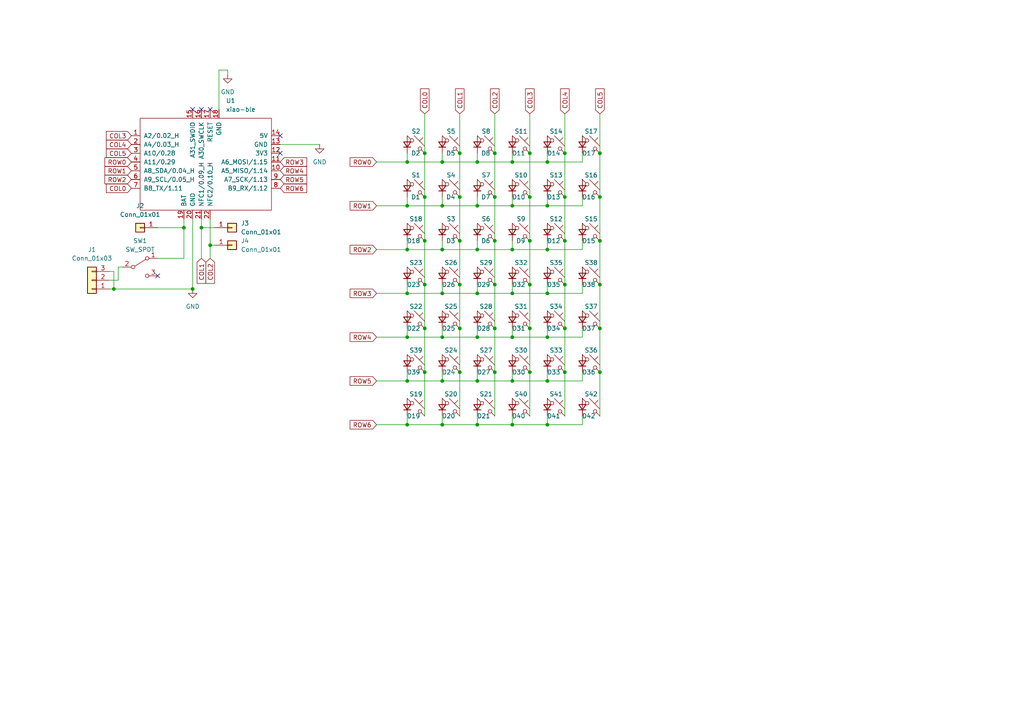
<source format=kicad_sch>
(kicad_sch (version 20211123) (generator eeschema)
  (paper "A4")
  (lib_symbols
    (symbol "Connector_Generic:Conn_01x01" (pin_names (offset 1.016) hide)
      (property "Reference" "J" (at 0 2.54 0))
      (property "Value" "Conn_01x01" (at 0 -2.54 0))
      (symbol "Conn_01x01_1_1"
        (rectangle (start -1.27 0.127) (end 0 -0.127) (stroke (width 0.1524)))
        (rectangle (start -1.27 1.27) (end 1.27 -1.27) (stroke (width 0.254)) (fill (type background)))
        (pin passive line (at -5.08 0 0) (length 3.81) (name "Pin_1") (number "1"))
      )
    )
    (symbol "Connector_Generic:Conn_01x03" (pin_names (offset 1.016) hide)
      (property "Reference" "J" (at 0 5.08 0))
      (property "Value" "Conn_01x03" (at 0 -5.08 0))
      (symbol "Conn_01x03_1_1"
        (rectangle (start -1.27 -2.413) (end 0 -2.667) (stroke (width 0.1524)))
        (rectangle (start -1.27 0.127) (end 0 -0.127) (stroke (width 0.1524)))
        (rectangle (start -1.27 2.667) (end 0 2.413) (stroke (width 0.1524)))
        (rectangle (start -1.27 3.81) (end 1.27 -3.81) (stroke (width 0.254)) (fill (type background)))
        (pin passive line (at -5.08 2.54 0) (length 3.81) (name "Pin_1") (number "1"))
        (pin passive line (at -5.08 0 0) (length 3.81) (name "Pin_2") (number "2"))
        (pin passive line (at -5.08 -2.54 0) (length 3.81) (name "Pin_3") (number "3"))
      )
    )
    (symbol "Device:D_Small" (pin_numbers hide) (pin_names (offset 0.254) hide)
      (property "Reference" "D" (at -1.27 2.032 0))
      (property "Value" "D_Small" (at -3.81 -2.032 0))
      (symbol "D_Small_0_1"
        (polyline (pts (xy -0.762 -1.016) (xy -0.762 1.016)) (stroke (width 0.254)))
        (polyline (pts (xy -0.762 0) (xy 0.762 0)))
        (polyline (pts (xy 0.762 -1.016) (xy -0.762 0) (xy 0.762 1.016) (xy 0.762 -1.016)) (stroke (width 0.254)))
      )
      (symbol "D_Small_1_1"
        (pin passive line (at -2.54 0 0) (length 1.778) (name "K") (number "1"))
        (pin passive line (at 2.54 0 180) (length 1.778) (name "A") (number "2"))
      )
    )
    (symbol "Switch:SW_Push_45deg" (pin_numbers hide) (pin_names (offset 1.016) hide)
      (property "Reference" "SW" (at 3.048 1.016 0))
      (property "Value" "SW_Push_45deg" (at 0 -3.81 0))
      (symbol "SW_Push_45deg_0_1"
        (circle (center -1.1684 1.1684) (radius 0.508))
        (polyline (pts (xy -0.508 2.54) (xy 2.54 -0.508)))
        (polyline (pts (xy 1.016 1.016) (xy 2.032 2.032)))
        (polyline (pts (xy -2.54 2.54) (xy -1.524 1.524) (xy -1.524 1.524)))
        (polyline (pts (xy 1.524 -1.524) (xy 2.54 -2.54) (xy 2.54 -2.54) (xy 2.54 -2.54)))
        (circle (center 1.143 -1.1938) (radius 0.508))
        (pin passive line (at -2.54 2.54 0) (length 0) (name "1") (number "1"))
        (pin passive line (at 2.54 -2.54 180) (length 0) (name "2") (number "2"))
      )
    )
    (symbol "Switch:SW_SPDT" (pin_names (offset 0) hide)
      (property "Reference" "SW" (at 0 4.318 0))
      (property "Value" "SW_SPDT" (at 0 -5.08 0))
      (symbol "SW_SPDT_0_0"
        (circle (center -2.032 0) (radius 0.508))
        (circle (center 2.032 -2.54) (radius 0.508))
      )
      (symbol "SW_SPDT_0_1"
        (polyline (pts (xy -1.524 0.254) (xy 1.651 2.286)))
        (circle (center 2.032 2.54) (radius 0.508))
      )
      (symbol "SW_SPDT_1_1"
        (pin passive line (at 5.08 2.54 180) (length 2.54) (name "A") (number "1"))
        (pin passive line (at -5.08 0 0) (length 2.54) (name "B") (number "2"))
        (pin passive line (at 5.08 -2.54 180) (length 2.54) (name "C") (number "3"))
      )
    )
    (symbol "mcu:xiao-ble" (pin_names (offset 1.016))
      (property "Reference" "U" (at -17.78 16.51 0))
      (property "Value" "xiao-ble" (at -15.24 13.97 0))
      (symbol "xiao-ble_0_1"
        (rectangle (start -19.05 12.7) (end 19.05 -13.97))
      )
      (symbol "xiao-ble_1_1"
        (pin bidirectional line (at -21.59 7.62 0) (length 2.54) (name "A2/0.02_H") (number "1"))
        (pin bidirectional line (at 21.59 -2.54 180) (length 2.54) (name "A5_MISO/1.14") (number "10"))
        (pin bidirectional line (at 21.59 0 180) (length 2.54) (name "A6_MOSI/1.15") (number "11"))
        (pin power_out line (at 21.59 2.54 180) (length 2.54) (name "3V3") (number "12"))
        (pin power_out line (at 21.59 5.08 180) (length 2.54) (name "GND") (number "13"))
        (pin power_out line (at 21.59 7.62 180) (length 2.54) (name "5V") (number "14"))
        (pin input line (at -3.81 15.24 270) (length 2.54) (name "A31_SWDIO") (number "15"))
        (pin input line (at -1.27 15.24 270) (length 2.54) (name "A30_SWCLK") (number "16"))
        (pin input line (at 1.27 15.24 270) (length 2.54) (name "RESET") (number "17"))
        (pin power_out line (at 3.81 15.24 270) (length 2.54) (name "GND") (number "18"))
        (pin bidirectional line (at -6.35 -16.51 90) (length 2.54) (name "BAT") (number "19"))
        (pin bidirectional line (at -21.59 5.08 0) (length 2.54) (name "A4/0.03_H") (number "2"))
        (pin power_out line (at -3.81 -16.51 90) (length 2.54) (name "GND") (number "20"))
        (pin bidirectional line (at -1.27 -16.51 90) (length 2.54) (name "NFC1/0.09_H") (number "21"))
        (pin bidirectional line (at 1.27 -16.51 90) (length 2.54) (name "NFC2/0.10_H") (number "22"))
        (pin bidirectional line (at -21.59 2.54 0) (length 2.54) (name "A10/0.28") (number "3"))
        (pin bidirectional line (at -21.59 0 0) (length 2.54) (name "A11/0.29") (number "4"))
        (pin bidirectional line (at -21.59 -2.54 0) (length 2.54) (name "A8_SDA/0.04_H") (number "5"))
        (pin bidirectional line (at -21.59 -5.08 0) (length 2.54) (name "A9_SCL/0.05_H") (number "6"))
        (pin bidirectional line (at -21.59 -7.62 0) (length 2.54) (name "B8_TX/1.11") (number "7"))
        (pin bidirectional line (at 21.59 -7.62 180) (length 2.54) (name "B9_RX/1.12") (number "8"))
        (pin bidirectional line (at 21.59 -5.08 180) (length 2.54) (name "A7_SCK/1.13") (number "9"))
      )
    )
    (symbol "power:GND" (power) (pin_names (offset 0))
      (property "Value" "GND" (at 0 -3.81 0))
      (symbol "GND_0_1"
        (polyline (pts (xy 0 0) (xy 0 -1.27) (xy 1.27 -1.27) (xy 0 -2.54) (xy -1.27 -1.27) (xy 0 -1.27)))
      )
      (symbol "GND_1_1"
        (pin power_in line (at 0 0 270) (length 0) hide (name "GND") (number "1"))
      )
    )
  )
  (junction (at 143.51 107.95))
  (junction (at 143.51 95.25))
  (junction (at 163.83 107.95))
  (junction (at 153.67 57.15))
  (junction (at 128.27 123.19))
  (junction (at 128.27 110.49))
  (junction (at 148.59 46.99))
  (junction (at 133.35 69.85))
  (junction (at 55.88 83.82))
  (junction (at 138.43 123.19))
  (junction (at 173.99 44.45))
  (junction (at 118.11 97.79))
  (junction (at 123.19 107.95))
  (junction (at 138.43 97.79))
  (junction (at 58.42 66.04))
  (junction (at 148.59 85.09))
  (junction (at 133.35 95.25))
  (junction (at 173.99 82.55))
  (junction (at 148.59 123.19))
  (junction (at 128.27 59.69))
  (junction (at 173.99 95.25))
  (junction (at 163.83 69.85))
  (junction (at 148.59 59.69))
  (junction (at 123.19 69.85))
  (junction (at 163.83 44.45))
  (junction (at 128.27 46.99))
  (junction (at 173.99 107.95))
  (junction (at 158.75 110.49))
  (junction (at 133.35 107.95))
  (junction (at 143.51 44.45))
  (junction (at 138.43 110.49))
  (junction (at 158.75 59.69))
  (junction (at 143.51 69.85))
  (junction (at 153.67 107.95))
  (junction (at 148.59 72.39))
  (junction (at 163.83 82.55))
  (junction (at 153.67 44.45))
  (junction (at 118.11 123.19))
  (junction (at 133.35 57.15))
  (junction (at 163.83 57.15))
  (junction (at 133.35 44.45))
  (junction (at 163.83 95.25))
  (junction (at 128.27 97.79))
  (junction (at 118.11 46.99))
  (junction (at 33.02 83.82))
  (junction (at 118.11 85.09))
  (junction (at 153.67 82.55))
  (junction (at 128.27 72.39))
  (junction (at 143.51 57.15))
  (junction (at 148.59 97.79))
  (junction (at 153.67 69.85))
  (junction (at 60.96 71.12))
  (junction (at 118.11 72.39))
  (junction (at 123.19 57.15))
  (junction (at 118.11 110.49))
  (junction (at 133.35 82.55))
  (junction (at 173.99 69.85))
  (junction (at 173.99 57.15))
  (junction (at 158.75 123.19))
  (junction (at 138.43 59.69))
  (junction (at 143.51 82.55))
  (junction (at 123.19 82.55))
  (junction (at 138.43 46.99))
  (junction (at 118.11 59.69))
  (junction (at 148.59 110.49))
  (junction (at 158.75 97.79))
  (junction (at 138.43 85.09))
  (junction (at 128.27 85.09))
  (junction (at 53.34 66.04))
  (junction (at 138.43 72.39))
  (junction (at 123.19 44.45))
  (junction (at 158.75 72.39))
  (junction (at 153.67 95.25))
  (junction (at 158.75 46.99))
  (junction (at 158.75 85.09))
  (junction (at 123.19 95.25))
  (no_connect (at 81.28 44.45))
  (no_connect (at 55.88 31.75))
  (no_connect (at 58.42 31.75))
  (no_connect (at 60.96 31.75))
  (no_connect (at 81.28 39.37))
  (no_connect (at 45.72 80.01))
  (wire (pts (xy 143.51 107.95) (xy 143.51 120.65)))
  (wire (pts (xy 133.35 57.15) (xy 133.35 69.85)))
  (wire (pts (xy 153.67 33.02) (xy 153.67 44.45)))
  (wire (pts (xy 158.75 85.09) (xy 168.91 85.09)))
  (wire (pts (xy 118.11 95.25) (xy 118.11 97.79)))
  (wire (pts (xy 123.19 44.45) (xy 123.19 57.15)))
  (wire (pts (xy 168.91 69.85) (xy 168.91 72.39)))
  (wire (pts (xy 133.35 69.85) (xy 133.35 82.55)))
  (wire (pts (xy 158.75 46.99) (xy 168.91 46.99)))
  (wire (pts (xy 123.19 95.25) (xy 123.19 107.95)))
  (wire (pts (xy 148.59 72.39) (xy 158.75 72.39)))
  (wire (pts (xy 53.34 66.04) (xy 53.34 63.5)))
  (wire (pts (xy 153.67 95.25) (xy 153.67 107.95)))
  (wire (pts (xy 158.75 97.79) (xy 168.91 97.79)))
  (wire (pts (xy 118.11 85.09) (xy 128.27 85.09)))
  (wire (pts (xy 158.75 44.45) (xy 158.75 46.99)))
  (wire (pts (xy 168.91 44.45) (xy 168.91 46.99)))
  (wire (pts (xy 138.43 95.25) (xy 138.43 97.79)))
  (wire (pts (xy 45.72 66.04) (xy 53.34 66.04)))
  (wire (pts (xy 138.43 85.09) (xy 148.59 85.09)))
  (wire (pts (xy 168.91 95.25) (xy 168.91 97.79)))
  (wire (pts (xy 128.27 59.69) (xy 138.43 59.69)))
  (wire (pts (xy 148.59 82.55) (xy 148.59 85.09)))
  (wire (pts (xy 173.99 44.45) (xy 173.99 57.15)))
  (wire (pts (xy 148.59 97.79) (xy 158.75 97.79)))
  (wire (pts (xy 123.19 69.85) (xy 123.19 82.55)))
  (wire (pts (xy 60.96 74.93) (xy 60.96 71.12)))
  (wire (pts (xy 118.11 59.69) (xy 128.27 59.69)))
  (wire (pts (xy 138.43 69.85) (xy 138.43 72.39)))
  (wire (pts (xy 118.11 82.55) (xy 118.11 85.09)))
  (wire (pts (xy 109.22 46.99) (xy 118.11 46.99)))
  (wire (pts (xy 173.99 69.85) (xy 173.99 82.55)))
  (wire (pts (xy 34.29 77.47) (xy 35.56 77.47)))
  (wire (pts (xy 153.67 44.45) (xy 153.67 57.15)))
  (wire (pts (xy 138.43 72.39) (xy 148.59 72.39)))
  (wire (pts (xy 128.27 97.79) (xy 138.43 97.79)))
  (wire (pts (xy 148.59 59.69) (xy 158.75 59.69)))
  (wire (pts (xy 173.99 107.95) (xy 173.99 120.65)))
  (wire (pts (xy 133.35 33.02) (xy 133.35 44.45)))
  (wire (pts (xy 138.43 123.19) (xy 148.59 123.19)))
  (wire (pts (xy 128.27 110.49) (xy 138.43 110.49)))
  (wire (pts (xy 158.75 120.65) (xy 158.75 123.19)))
  (wire (pts (xy 153.67 82.55) (xy 153.67 95.25)))
  (wire (pts (xy 118.11 69.85) (xy 118.11 72.39)))
  (wire (pts (xy 148.59 85.09) (xy 158.75 85.09)))
  (wire (pts (xy 118.11 44.45) (xy 118.11 46.99)))
  (wire (pts (xy 148.59 95.25) (xy 148.59 97.79)))
  (wire (pts (xy 109.22 110.49) (xy 118.11 110.49)))
  (wire (pts (xy 148.59 123.19) (xy 158.75 123.19)))
  (wire (pts (xy 128.27 57.15) (xy 128.27 59.69)))
  (wire (pts (xy 158.75 107.95) (xy 158.75 110.49)))
  (wire (pts (xy 173.99 33.02) (xy 173.99 44.45)))
  (wire (pts (xy 62.23 66.04) (xy 58.42 66.04)))
  (wire (pts (xy 118.11 120.65) (xy 118.11 123.19)))
  (wire (pts (xy 163.83 44.45) (xy 163.83 57.15)))
  (wire (pts (xy 148.59 57.15) (xy 148.59 59.69)))
  (wire (pts (xy 31.75 81.28) (xy 34.29 81.28)))
  (wire (pts (xy 173.99 82.55) (xy 173.99 95.25)))
  (wire (pts (xy 138.43 97.79) (xy 148.59 97.79)))
  (wire (pts (xy 168.91 82.55) (xy 168.91 85.09)))
  (wire (pts (xy 109.22 97.79) (xy 118.11 97.79)))
  (wire (pts (xy 128.27 95.25) (xy 128.27 97.79)))
  (wire (pts (xy 118.11 46.99) (xy 128.27 46.99)))
  (wire (pts (xy 109.22 72.39) (xy 118.11 72.39)))
  (wire (pts (xy 173.99 57.15) (xy 173.99 69.85)))
  (wire (pts (xy 138.43 59.69) (xy 148.59 59.69)))
  (wire (pts (xy 128.27 82.55) (xy 128.27 85.09)))
  (wire (pts (xy 148.59 110.49) (xy 158.75 110.49)))
  (wire (pts (xy 143.51 82.55) (xy 143.51 95.25)))
  (wire (pts (xy 163.83 107.95) (xy 163.83 120.65)))
  (wire (pts (xy 118.11 97.79) (xy 128.27 97.79)))
  (wire (pts (xy 109.22 123.19) (xy 118.11 123.19)))
  (wire (pts (xy 133.35 107.95) (xy 133.35 120.65)))
  (wire (pts (xy 163.83 57.15) (xy 163.83 69.85)))
  (wire (pts (xy 163.83 69.85) (xy 163.83 82.55)))
  (wire (pts (xy 148.59 69.85) (xy 148.59 72.39)))
  (wire (pts (xy 168.91 120.65) (xy 168.91 123.19)))
  (wire (pts (xy 128.27 69.85) (xy 128.27 72.39)))
  (wire (pts (xy 81.28 41.91) (xy 92.71 41.91)))
  (wire (pts (xy 66.04 20.32) (xy 63.5 20.32)))
  (wire (pts (xy 153.67 107.95) (xy 153.67 120.65)))
  (wire (pts (xy 158.75 123.19) (xy 168.91 123.19)))
  (wire (pts (xy 123.19 107.95) (xy 123.19 120.65)))
  (wire (pts (xy 158.75 82.55) (xy 158.75 85.09)))
  (wire (pts (xy 143.51 95.25) (xy 143.51 107.95)))
  (wire (pts (xy 138.43 110.49) (xy 148.59 110.49)))
  (wire (pts (xy 123.19 82.55) (xy 123.19 95.25)))
  (wire (pts (xy 60.96 71.12) (xy 60.96 63.5)))
  (wire (pts (xy 33.02 83.82) (xy 55.88 83.82)))
  (wire (pts (xy 58.42 66.04) (xy 58.42 63.5)))
  (wire (pts (xy 138.43 44.45) (xy 138.43 46.99)))
  (wire (pts (xy 158.75 59.69) (xy 168.91 59.69)))
  (wire (pts (xy 128.27 123.19) (xy 138.43 123.19)))
  (wire (pts (xy 133.35 44.45) (xy 133.35 57.15)))
  (wire (pts (xy 143.51 44.45) (xy 143.51 57.15)))
  (wire (pts (xy 118.11 72.39) (xy 128.27 72.39)))
  (wire (pts (xy 138.43 82.55) (xy 138.43 85.09)))
  (wire (pts (xy 109.22 59.69) (xy 118.11 59.69)))
  (wire (pts (xy 148.59 120.65) (xy 148.59 123.19)))
  (wire (pts (xy 138.43 46.99) (xy 148.59 46.99)))
  (wire (pts (xy 33.02 78.74) (xy 33.02 83.82)))
  (wire (pts (xy 58.42 74.93) (xy 58.42 66.04)))
  (wire (pts (xy 158.75 57.15) (xy 158.75 59.69)))
  (wire (pts (xy 158.75 72.39) (xy 168.91 72.39)))
  (wire (pts (xy 138.43 57.15) (xy 138.43 59.69)))
  (wire (pts (xy 138.43 120.65) (xy 138.43 123.19)))
  (wire (pts (xy 118.11 110.49) (xy 128.27 110.49)))
  (wire (pts (xy 138.43 107.95) (xy 138.43 110.49)))
  (wire (pts (xy 143.51 69.85) (xy 143.51 82.55)))
  (wire (pts (xy 153.67 69.85) (xy 153.67 82.55)))
  (wire (pts (xy 168.91 107.95) (xy 168.91 110.49)))
  (wire (pts (xy 143.51 33.02) (xy 143.51 44.45)))
  (wire (pts (xy 55.88 63.5) (xy 55.88 83.82)))
  (wire (pts (xy 158.75 69.85) (xy 158.75 72.39)))
  (wire (pts (xy 153.67 57.15) (xy 153.67 69.85)))
  (wire (pts (xy 33.02 78.74) (xy 31.75 78.74)))
  (wire (pts (xy 118.11 57.15) (xy 118.11 59.69)))
  (wire (pts (xy 158.75 95.25) (xy 158.75 97.79)))
  (wire (pts (xy 128.27 107.95) (xy 128.27 110.49)))
  (wire (pts (xy 53.34 74.93) (xy 53.34 66.04)))
  (wire (pts (xy 163.83 82.55) (xy 163.83 95.25)))
  (wire (pts (xy 66.04 20.32) (xy 66.04 21.59)))
  (wire (pts (xy 109.22 85.09) (xy 118.11 85.09)))
  (wire (pts (xy 118.11 123.19) (xy 128.27 123.19)))
  (wire (pts (xy 148.59 44.45) (xy 148.59 46.99)))
  (wire (pts (xy 45.72 74.93) (xy 53.34 74.93)))
  (wire (pts (xy 133.35 95.25) (xy 133.35 107.95)))
  (wire (pts (xy 128.27 72.39) (xy 138.43 72.39)))
  (wire (pts (xy 163.83 33.02) (xy 163.83 44.45)))
  (wire (pts (xy 148.59 46.99) (xy 158.75 46.99)))
  (wire (pts (xy 128.27 120.65) (xy 128.27 123.19)))
  (wire (pts (xy 148.59 107.95) (xy 148.59 110.49)))
  (wire (pts (xy 163.83 95.25) (xy 163.83 107.95)))
  (wire (pts (xy 128.27 44.45) (xy 128.27 46.99)))
  (wire (pts (xy 118.11 107.95) (xy 118.11 110.49)))
  (wire (pts (xy 123.19 57.15) (xy 123.19 69.85)))
  (wire (pts (xy 63.5 20.32) (xy 63.5 31.75)))
  (wire (pts (xy 133.35 82.55) (xy 133.35 95.25)))
  (wire (pts (xy 62.23 71.12) (xy 60.96 71.12)))
  (wire (pts (xy 34.29 81.28) (xy 34.29 77.47)))
  (wire (pts (xy 173.99 95.25) (xy 173.99 107.95)))
  (wire (pts (xy 128.27 46.99) (xy 138.43 46.99)))
  (wire (pts (xy 128.27 85.09) (xy 138.43 85.09)))
  (wire (pts (xy 31.75 83.82) (xy 33.02 83.82)))
  (wire (pts (xy 168.91 57.15) (xy 168.91 59.69)))
  (wire (pts (xy 158.75 110.49) (xy 168.91 110.49)))
  (wire (pts (xy 123.19 33.02) (xy 123.19 44.45)))
  (wire (pts (xy 143.51 57.15) (xy 143.51 69.85)))
  (global_label "ROW3" (shape input) (at 109.22 85.09 180) (property "Intersheet References" "${INTERSHEET_REFS}" (effects hide)))
  (global_label "COL0" (shape input) (at 38.1 54.61 180) (property "Intersheet References" "${INTERSHEET_REFS}" (effects hide)))
  (global_label "ROW5" (shape input) (at 109.22 110.49 180) (property "Intersheet References" "${INTERSHEET_REFS}" (effects hide)))
  (global_label "ROW6" (shape input) (at 109.22 123.19 180) (property "Intersheet References" "${INTERSHEET_REFS}" (effects hide)))
  (global_label "ROW0" (shape input) (at 109.22 46.99 180) (property "Intersheet References" "${INTERSHEET_REFS}" (effects hide)))
  (global_label "COL5" (shape input) (at 38.1 44.45 180) (property "Intersheet References" "${INTERSHEET_REFS}" (effects hide)))
  (global_label "COL2" (shape input) (at 60.96 74.93 270) (property "Intersheet References" "${INTERSHEET_REFS}" (effects hide)))
  (global_label "COL0" (shape input) (at 123.19 33.02 90) (property "Intersheet References" "${INTERSHEET_REFS}" (effects hide)))
  (global_label "COL3" (shape input) (at 153.67 33.02 90) (property "Intersheet References" "${INTERSHEET_REFS}" (effects hide)))
  (global_label "ROW1" (shape input) (at 38.1 49.53 180) (property "Intersheet References" "${INTERSHEET_REFS}" (effects hide)))
  (global_label "ROW4" (shape input) (at 81.28 49.53 0) (property "Intersheet References" "${INTERSHEET_REFS}" (effects hide)))
  (global_label "ROW5" (shape input) (at 81.28 52.07 0) (property "Intersheet References" "${INTERSHEET_REFS}" (effects hide)))
  (global_label "COL2" (shape input) (at 143.51 33.02 90) (property "Intersheet References" "${INTERSHEET_REFS}" (effects hide)))
  (global_label "ROW3" (shape input) (at 81.28 46.99 0) (property "Intersheet References" "${INTERSHEET_REFS}" (effects hide)))
  (global_label "ROW2" (shape input) (at 109.22 72.39 180) (property "Intersheet References" "${INTERSHEET_REFS}" (effects hide)))
  (global_label "COL1" (shape input) (at 58.42 74.93 270) (property "Intersheet References" "${INTERSHEET_REFS}" (effects hide)))
  (global_label "COL4" (shape input) (at 38.1 41.91 180) (property "Intersheet References" "${INTERSHEET_REFS}" (effects hide)))
  (global_label "ROW2" (shape input) (at 38.1 52.07 180) (property "Intersheet References" "${INTERSHEET_REFS}" (effects hide)))
  (global_label "ROW4" (shape input) (at 109.22 97.79 180) (property "Intersheet References" "${INTERSHEET_REFS}" (effects hide)))
  (global_label "COL4" (shape input) (at 163.83 33.02 90) (property "Intersheet References" "${INTERSHEET_REFS}" (effects hide)))
  (global_label "COL1" (shape input) (at 133.35 33.02 90) (property "Intersheet References" "${INTERSHEET_REFS}" (effects hide)))
  (global_label "COL3" (shape input) (at 38.1 39.37 180) (property "Intersheet References" "${INTERSHEET_REFS}" (effects hide)))
  (global_label "ROW6" (shape input) (at 81.28 54.61 0) (property "Intersheet References" "${INTERSHEET_REFS}" (effects hide)))
  (global_label "ROW0" (shape input) (at 38.1 46.99 180) (property "Intersheet References" "${INTERSHEET_REFS}" (effects hide)))
  (global_label "COL5" (shape input) (at 173.99 33.02 90) (property "Intersheet References" "${INTERSHEET_REFS}" (effects hide)))
  (global_label "ROW1" (shape input) (at 109.22 59.69 180) (property "Intersheet References" "${INTERSHEET_REFS}" (effects hide)))
  (symbol (lib_id "Device:D_Small") (at 138.43 92.71 90) (unit 1)
    (property "Reference" "D28" (at 142.24 95.25 90) (effects (justify left)))
    (property "Value" "1N4148" (effects hide))
    (property "Footprint" "tufourn-components:D_SOD-123-back" (effects hide))
  )
  (symbol (lib_id "Device:D_Small") (at 148.59 118.11 90) (unit 1)
    (property "Reference" "D40" (at 152.4 120.65 90) (effects (justify left)))
    (property "Value" "1N4148" (effects hide))
    (property "Footprint" "tufourn-components:D_SOD-123-back" (effects hide))
  )
  (symbol (lib_id "Device:D_Small") (at 138.43 41.91 90) (unit 1)
    (property "Reference" "D8" (at 142.24 44.45 90) (effects (justify left)))
    (property "Value" "1N4148" (effects hide))
    (property "Footprint" "tufourn-components:D_SOD-123-back" (effects hide))
  )
  (symbol (lib_id "Device:D_Small") (at 118.11 105.41 90) (unit 1)
    (property "Reference" "D39" (at 121.92 107.95 90) (effects (justify left)))
    (property "Value" "1N4148" (effects hide))
    (property "Footprint" "tufourn-components:D_SOD-123-back" (effects hide))
  )
  (symbol (lib_id "Device:D_Small") (at 128.27 80.01 90) (unit 1)
    (property "Reference" "D26" (at 132.08 82.55 90) (effects (justify left)))
    (property "Value" "1N4148" (effects hide))
    (property "Footprint" "tufourn-components:D_SOD-123-back" (effects hide))
  )
  (symbol (lib_id "Device:D_Small") (at 138.43 67.31 90) (unit 1)
    (property "Reference" "D6" (at 142.24 69.85 90) (effects (justify left)))
    (property "Value" "1N4148" (effects hide))
    (property "Footprint" "tufourn-components:D_SOD-123-back" (effects hide))
  )
  (symbol (lib_id "Switch:SW_Push_45deg") (at 120.65 67.31 0) (unit 1)
    (property "Reference" "S18" (at 120.65 63.5 0))
    (property "Value" "Choc" (effects hide))
    (property "Footprint" "pg1350:pg1350-B" (effects hide))
  )
  (symbol (lib_id "Switch:SW_Push_45deg") (at 120.65 105.41 0) (unit 1)
    (property "Reference" "S39" (at 120.65 101.6 0))
    (property "Value" "Choc" (effects hide))
    (property "Footprint" "pg1350:pg1350-B" (effects hide))
  )
  (symbol (lib_id "Switch:SW_Push_45deg") (at 140.97 92.71 0) (unit 1)
    (property "Reference" "S28" (at 140.97 88.9 0))
    (property "Value" "Choc" (effects hide))
    (property "Footprint" "pg1350:pg1350-B" (effects hide))
  )
  (symbol (lib_id "Switch:SW_Push_45deg") (at 171.45 105.41 0) (unit 1)
    (property "Reference" "S36" (at 171.45 101.6 0))
    (property "Value" "Choc" (effects hide))
    (property "Footprint" "pg1350:pg1350-B" (effects hide))
  )
  (symbol (lib_id "Switch:SW_Push_45deg") (at 161.29 118.11 0) (unit 1)
    (property "Reference" "S41" (at 161.29 114.3 0))
    (property "Value" "Choc" (effects hide))
    (property "Footprint" "pg1350:pg1350-B" (effects hide))
  )
  (symbol (lib_id "Device:D_Small") (at 158.75 41.91 90) (unit 1)
    (property "Reference" "D14" (at 162.56 44.45 90) (effects (justify left)))
    (property "Value" "1N4148" (effects hide))
    (property "Footprint" "tufourn-components:D_SOD-123-back" (effects hide))
  )
  (symbol (lib_id "Switch:SW_Push_45deg") (at 151.13 54.61 0) (unit 1)
    (property "Reference" "S10" (at 151.13 50.8 0))
    (property "Value" "Choc" (effects hide))
    (property "Footprint" "pg1350:pg1350-B" (effects hide))
  )
  (symbol (lib_id "Switch:SW_Push_45deg") (at 140.97 105.41 0) (unit 1)
    (property "Reference" "S27" (at 140.97 101.6 0))
    (property "Value" "Choc" (effects hide))
    (property "Footprint" "pg1350:pg1350-B" (effects hide))
  )
  (symbol (lib_id "Device:D_Small") (at 138.43 54.61 90) (unit 1)
    (property "Reference" "D7" (at 142.24 57.15 90) (effects (justify left)))
    (property "Value" "1N4148" (effects hide))
    (property "Footprint" "tufourn-components:D_SOD-123-back" (effects hide))
  )
  (symbol (lib_id "Switch:SW_Push_45deg") (at 140.97 67.31 0) (unit 1)
    (property "Reference" "S6" (at 140.97 63.5 0))
    (property "Value" "Choc" (effects hide))
    (property "Footprint" "pg1350:pg1350-B" (effects hide))
  )
  (symbol (lib_id "Device:D_Small") (at 148.59 80.01 90) (unit 1)
    (property "Reference" "D32" (at 152.4 82.55 90) (effects (justify left)))
    (property "Value" "1N4148" (effects hide))
    (property "Footprint" "tufourn-components:D_SOD-123-back" (effects hide))
  )
  (symbol (lib_id "Switch:SW_Push_45deg") (at 140.97 54.61 0) (unit 1)
    (property "Reference" "S7" (at 140.97 50.8 0))
    (property "Value" "Choc" (effects hide))
    (property "Footprint" "pg1350:pg1350-B" (effects hide))
  )
  (symbol (lib_id "Device:D_Small") (at 148.59 92.71 90) (unit 1)
    (property "Reference" "D31" (at 152.4 95.25 90) (effects (justify left)))
    (property "Value" "1N4148" (effects hide))
    (property "Footprint" "tufourn-components:D_SOD-123-back" (effects hide))
  )
  (symbol (lib_id "Device:D_Small") (at 128.27 41.91 90) (unit 1)
    (property "Reference" "D5" (at 132.08 44.45 90) (effects (justify left)))
    (property "Value" "1N4148" (effects hide))
    (property "Footprint" "tufourn-components:D_SOD-123-back" (effects hide))
  )
  (symbol (lib_id "Switch:SW_Push_45deg") (at 130.81 118.11 0) (unit 1)
    (property "Reference" "S20" (at 130.81 114.3 0))
    (property "Value" "Choc" (effects hide))
    (property "Footprint" "pg1350:pg1350-B" (effects hide))
  )
  (symbol (lib_id "Switch:SW_Push_45deg") (at 120.65 92.71 0) (unit 1)
    (property "Reference" "S22" (at 120.65 88.9 0))
    (property "Value" "Choc" (effects hide))
    (property "Footprint" "pg1350:pg1350-B" (effects hide))
  )
  (symbol (lib_id "Device:D_Small") (at 158.75 92.71 90) (unit 1)
    (property "Reference" "D34" (at 162.56 95.25 90) (effects (justify left)))
    (property "Value" "1N4148" (effects hide))
    (property "Footprint" "tufourn-components:D_SOD-123-back" (effects hide))
  )
  (symbol (lib_id "Switch:SW_Push_45deg") (at 171.45 54.61 0) (unit 1)
    (property "Reference" "S16" (at 171.45 50.8 0))
    (property "Value" "Choc" (effects hide))
    (property "Footprint" "pg1350:pg1350-B" (effects hide))
  )
  (symbol (lib_id "Device:D_Small") (at 168.91 54.61 90) (unit 1)
    (property "Reference" "D16" (at 172.72 57.15 90) (effects (justify left)))
    (property "Value" "1N4148" (effects hide))
    (property "Footprint" "tufourn-components:D_SOD-123-back" (effects hide))
  )
  (symbol (lib_id "Device:D_Small") (at 138.43 118.11 90) (unit 1)
    (property "Reference" "D21" (at 142.24 120.65 90) (effects (justify left)))
    (property "Value" "1N4148" (effects hide))
    (property "Footprint" "tufourn-components:D_SOD-123-back" (effects hide))
  )
  (symbol (lib_id "Switch:SW_Push_45deg") (at 140.97 80.01 0) (unit 1)
    (property "Reference" "S29" (at 140.97 76.2 0))
    (property "Value" "Choc" (effects hide))
    (property "Footprint" "pg1350:pg1350-B" (effects hide))
  )
  (symbol (lib_id "Switch:SW_Push_45deg") (at 130.81 92.71 0) (unit 1)
    (property "Reference" "S25" (at 130.81 88.9 0))
    (property "Value" "Choc" (effects hide))
    (property "Footprint" "pg1350:pg1350-B" (effects hide))
  )
  (symbol (lib_id "Switch:SW_Push_45deg") (at 161.29 80.01 0) (unit 1)
    (property "Reference" "S35" (at 161.29 76.2 0))
    (property "Value" "Choc" (effects hide))
    (property "Footprint" "pg1350:pg1350-B" (effects hide))
  )
  (symbol (lib_id "Connector_Generic:Conn_01x03") (at 26.67 81.28 180) (unit 1)
    (property "Reference" "J1" (at 26.67 72.39 0))
    (property "Value" "Conn_01x03" (at 26.67 74.93 0))
    (property "Footprint" "tufourn-components:JST_PH_S3B-PH-K_1x03_P2.00mm_Horizontal" (effects hide))
  )
  (symbol (lib_id "Connector_Generic:Conn_01x01") (at 40.64 66.04 180) (unit 1)
    (property "Reference" "J2" (at 40.64 59.69 0))
    (property "Value" "Conn_01x01" (at 40.64 62.23 0))
    (property "Footprint" "Connector_Wire:SolderWirePad_1x01_SMD_1x2mm" (effects hide))
  )
  (symbol (lib_id "Switch:SW_Push_45deg") (at 140.97 118.11 0) (unit 1)
    (property "Reference" "S21" (at 140.97 114.3 0))
    (property "Value" "Choc" (effects hide))
    (property "Footprint" "pg1350:pg1350-B" (effects hide))
  )
  (symbol (lib_id "Device:D_Small") (at 128.27 67.31 90) (unit 1)
    (property "Reference" "D3" (at 132.08 69.85 90) (effects (justify left)))
    (property "Value" "1N4148" (effects hide))
    (property "Footprint" "tufourn-components:D_SOD-123-back" (effects hide))
  )
  (symbol (lib_id "Switch:SW_Push_45deg") (at 151.13 41.91 0) (unit 1)
    (property "Reference" "S11" (at 151.13 38.1 0))
    (property "Value" "Choc" (effects hide))
    (property "Footprint" "pg1350:pg1350-B" (effects hide))
  )
  (symbol (lib_id "Device:D_Small") (at 118.11 41.91 90) (unit 1)
    (property "Reference" "D2" (at 121.92 44.45 90) (effects (justify left)))
    (property "Value" "1N4148" (effects hide))
    (property "Footprint" "tufourn-components:D_SOD-123-back" (effects hide))
  )
  (symbol (lib_id "Device:D_Small") (at 168.91 41.91 90) (unit 1)
    (property "Reference" "D17" (at 172.72 44.45 90) (effects (justify left)))
    (property "Value" "1N4148" (effects hide))
    (property "Footprint" "tufourn-components:D_SOD-123-back" (effects hide))
  )
  (symbol (lib_id "power:GND") (at 92.71 41.91 0) (unit 1)
    (property "Reference" "#PWR0103" (effects hide))
    (property "Value" "GND" (at 92.71 46.99 0))
  )
  (symbol (lib_id "Device:D_Small") (at 128.27 92.71 90) (unit 1)
    (property "Reference" "D25" (at 132.08 95.25 90) (effects (justify left)))
    (property "Value" "1N4148" (effects hide))
    (property "Footprint" "tufourn-components:D_SOD-123-back" (effects hide))
  )
  (symbol (lib_id "Switch:SW_Push_45deg") (at 120.65 41.91 0) (unit 1)
    (property "Reference" "S2" (at 120.65 38.1 0))
    (property "Value" "Choc" (effects hide))
    (property "Footprint" "pg1350:pg1350-B" (effects hide))
  )
  (symbol (lib_id "Connector_Generic:Conn_01x01") (at 67.31 71.12 0) (unit 1)
    (property "Reference" "J4" (at 69.85 69.8499 0) (effects (justify left)))
    (property "Value" "Conn_01x01" (at 69.85 72.3899 0) (effects (justify left)))
    (property "Footprint" "Connector_Wire:SolderWirePad_1x01_SMD_1x2mm" (effects hide))
  )
  (symbol (lib_id "Device:D_Small") (at 118.11 54.61 90) (unit 1)
    (property "Reference" "D1" (at 121.92 57.15 90) (effects (justify left)))
    (property "Value" "1N4148" (effects hide))
    (property "Footprint" "tufourn-components:D_SOD-123-back" (effects hide))
  )
  (symbol (lib_id "Switch:SW_Push_45deg") (at 161.29 41.91 0) (unit 1)
    (property "Reference" "S14" (at 161.29 38.1 0))
    (property "Value" "Choc" (effects hide))
    (property "Footprint" "pg1350:pg1350-B" (effects hide))
  )
  (symbol (lib_id "Device:D_Small") (at 118.11 80.01 90) (unit 1)
    (property "Reference" "D23" (at 121.92 82.55 90) (effects (justify left)))
    (property "Value" "1N4148" (effects hide))
    (property "Footprint" "tufourn-components:D_SOD-123-back" (effects hide))
  )
  (symbol (lib_id "Switch:SW_Push_45deg") (at 130.81 105.41 0) (unit 1)
    (property "Reference" "S24" (at 130.81 101.6 0))
    (property "Value" "Choc" (effects hide))
    (property "Footprint" "pg1350:pg1350-B" (effects hide))
  )
  (symbol (lib_id "Switch:SW_Push_45deg") (at 151.13 118.11 0) (unit 1)
    (property "Reference" "S40" (at 151.13 114.3 0))
    (property "Value" "Choc" (effects hide))
    (property "Footprint" "pg1350:pg1350-B" (effects hide))
  )
  (symbol (lib_id "Switch:SW_Push_45deg") (at 151.13 92.71 0) (unit 1)
    (property "Reference" "S31" (at 151.13 88.9 0))
    (property "Value" "Choc" (effects hide))
    (property "Footprint" "pg1350:pg1350-B" (effects hide))
  )
  (symbol (lib_id "Switch:SW_Push_45deg") (at 130.81 67.31 0) (unit 1)
    (property "Reference" "S3" (at 130.81 63.5 0))
    (property "Value" "Choc" (effects hide))
    (property "Footprint" "pg1350:pg1350-B" (effects hide))
  )
  (symbol (lib_id "Switch:SW_Push_45deg") (at 140.97 41.91 0) (unit 1)
    (property "Reference" "S8" (at 140.97 38.1 0))
    (property "Value" "Choc" (effects hide))
    (property "Footprint" "pg1350:pg1350-B" (effects hide))
  )
  (symbol (lib_id "Connector_Generic:Conn_01x01") (at 67.31 66.04 0) (unit 1)
    (property "Reference" "J3" (at 69.85 64.7699 0) (effects (justify left)))
    (property "Value" "Conn_01x01" (at 69.85 67.3099 0) (effects (justify left)))
    (property "Footprint" "Connector_Wire:SolderWirePad_1x01_SMD_1x2mm" (effects hide))
  )
  (symbol (lib_id "Switch:SW_Push_45deg") (at 161.29 67.31 0) (unit 1)
    (property "Reference" "S12" (at 161.29 63.5 0))
    (property "Value" "Choc" (effects hide))
    (property "Footprint" "pg1350:pg1350-B" (effects hide))
  )
  (symbol (lib_id "Switch:SW_SPDT") (at 40.64 77.47 0) (unit 1)
    (property "Reference" "SW1" (at 40.64 69.85 0))
    (property "Value" "SW_SPDT" (at 40.64 72.39 0))
    (property "Footprint" "Button_Switch_SMD:SW_SPDT_PCM12" (effects hide))
  )
  (symbol (lib_id "Switch:SW_Push_45deg") (at 161.29 105.41 0) (unit 1)
    (property "Reference" "S33" (at 161.29 101.6 0))
    (property "Value" "Choc" (effects hide))
    (property "Footprint" "pg1350:pg1350-B" (effects hide))
  )
  (symbol (lib_id "Device:D_Small") (at 128.27 105.41 90) (unit 1)
    (property "Reference" "D24" (at 132.08 107.95 90) (effects (justify left)))
    (property "Value" "1N4148" (effects hide))
    (property "Footprint" "tufourn-components:D_SOD-123-back" (effects hide))
  )
  (symbol (lib_id "Switch:SW_Push_45deg") (at 171.45 80.01 0) (unit 1)
    (property "Reference" "S38" (at 171.45 76.2 0))
    (property "Value" "Choc" (effects hide))
    (property "Footprint" "pg1350:pg1350-B" (effects hide))
  )
  (symbol (lib_id "Device:D_Small") (at 158.75 118.11 90) (unit 1)
    (property "Reference" "D41" (at 162.56 120.65 90) (effects (justify left)))
    (property "Value" "1N4148" (effects hide))
    (property "Footprint" "tufourn-components:D_SOD-123-back" (effects hide))
  )
  (symbol (lib_id "Device:D_Small") (at 148.59 67.31 90) (unit 1)
    (property "Reference" "D9" (at 152.4 69.85 90) (effects (justify left)))
    (property "Value" "1N4148" (effects hide))
    (property "Footprint" "tufourn-components:D_SOD-123-back" (effects hide))
  )
  (symbol (lib_id "Switch:SW_Push_45deg") (at 151.13 105.41 0) (unit 1)
    (property "Reference" "S30" (at 151.13 101.6 0))
    (property "Value" "Choc" (effects hide))
    (property "Footprint" "pg1350:pg1350-B" (effects hide))
  )
  (symbol (lib_id "Switch:SW_Push_45deg") (at 151.13 67.31 0) (unit 1)
    (property "Reference" "S9" (at 151.13 63.5 0))
    (property "Value" "Choc" (effects hide))
    (property "Footprint" "pg1350:pg1350-B" (effects hide))
  )
  (symbol (lib_id "Device:D_Small") (at 148.59 105.41 90) (unit 1)
    (property "Reference" "D30" (at 152.4 107.95 90) (effects (justify left)))
    (property "Value" "1N4148" (effects hide))
    (property "Footprint" "tufourn-components:D_SOD-123-back" (effects hide))
  )
  (symbol (lib_id "Switch:SW_Push_45deg") (at 120.65 118.11 0) (unit 1)
    (property "Reference" "S19" (at 120.65 114.3 0))
    (property "Value" "Choc" (effects hide))
    (property "Footprint" "pg1350:pg1350-B" (effects hide))
  )
  (symbol (lib_id "Switch:SW_Push_45deg") (at 171.45 92.71 0) (unit 1)
    (property "Reference" "S37" (at 171.45 88.9 0))
    (property "Value" "Choc" (effects hide))
    (property "Footprint" "pg1350:pg1350-B" (effects hide))
  )
  (symbol (lib_id "Device:D_Small") (at 118.11 118.11 90) (unit 1)
    (property "Reference" "D19" (at 121.92 120.65 90) (effects (justify left)))
    (property "Value" "1N4148" (effects hide))
    (property "Footprint" "tufourn-components:D_SOD-123-back" (effects hide))
  )
  (symbol (lib_id "Device:D_Small") (at 158.75 67.31 90) (unit 1)
    (property "Reference" "D12" (at 162.56 69.85 90) (effects (justify left)))
    (property "Value" "1N4148" (effects hide))
    (property "Footprint" "tufourn-components:D_SOD-123-back" (effects hide))
  )
  (symbol (lib_id "Device:D_Small") (at 168.91 105.41 90) (unit 1)
    (property "Reference" "D36" (at 172.72 107.95 90) (effects (justify left)))
    (property "Value" "1N4148" (effects hide))
    (property "Footprint" "tufourn-components:D_SOD-123-back" (effects hide))
  )
  (symbol (lib_id "Switch:SW_Push_45deg") (at 171.45 118.11 0) (unit 1)
    (property "Reference" "S42" (at 171.45 114.3 0))
    (property "Value" "Choc" (effects hide))
    (property "Footprint" "pg1350:pg1350-B" (effects hide))
  )
  (symbol (lib_id "Device:D_Small") (at 158.75 54.61 90) (unit 1)
    (property "Reference" "D13" (at 162.56 57.15 90) (effects (justify left)))
    (property "Value" "1N4148" (effects hide))
    (property "Footprint" "tufourn-components:D_SOD-123-back" (effects hide))
  )
  (symbol (lib_id "mcu:xiao-ble") (at 59.69 46.99 0) (unit 1)
    (property "Reference" "U1" (at 65.5194 29.21 0) (effects (justify left)))
    (property "Value" "xiao-ble" (at 65.5194 31.75 0) (effects (justify left)))
    (property "Footprint" "mcu:xiao-ble-smd-cutout" (effects hide))
  )
  (symbol (lib_id "Device:D_Small") (at 138.43 105.41 90) (unit 1)
    (property "Reference" "D27" (at 142.24 107.95 90) (effects (justify left)))
    (property "Value" "1N4148" (effects hide))
    (property "Footprint" "tufourn-components:D_SOD-123-back" (effects hide))
  )
  (symbol (lib_id "Device:D_Small") (at 168.91 92.71 90) (unit 1)
    (property "Reference" "D37" (at 172.72 95.25 90) (effects (justify left)))
    (property "Value" "1N4148" (effects hide))
    (property "Footprint" "tufourn-components:D_SOD-123-back" (effects hide))
  )
  (symbol (lib_id "Switch:SW_Push_45deg") (at 161.29 92.71 0) (unit 1)
    (property "Reference" "S34" (at 161.29 88.9 0))
    (property "Value" "Choc" (effects hide))
    (property "Footprint" "pg1350:pg1350-B" (effects hide))
  )
  (symbol (lib_id "power:GND") (at 66.04 21.59 0) (unit 1)
    (property "Reference" "#PWR0102" (effects hide))
    (property "Value" "GND" (at 66.04 26.67 0))
  )
  (symbol (lib_id "Switch:SW_Push_45deg") (at 120.65 80.01 0) (unit 1)
    (property "Reference" "S23" (at 120.65 76.2 0))
    (property "Value" "Choc" (effects hide))
    (property "Footprint" "pg1350:pg1350-B" (effects hide))
  )
  (symbol (lib_id "Switch:SW_Push_45deg") (at 120.65 54.61 0) (unit 1)
    (property "Reference" "S1" (at 120.65 50.8 0))
    (property "Value" "Choc" (effects hide))
    (property "Footprint" "pg1350:pg1350-B" (effects hide))
  )
  (symbol (lib_id "Switch:SW_Push_45deg") (at 130.81 41.91 0) (unit 1)
    (property "Reference" "S5" (at 130.81 38.1 0))
    (property "Value" "Choc" (effects hide))
    (property "Footprint" "pg1350:pg1350-B" (effects hide))
  )
  (symbol (lib_id "Device:D_Small") (at 158.75 105.41 90) (unit 1)
    (property "Reference" "D33" (at 162.56 107.95 90) (effects (justify left)))
    (property "Value" "1N4148" (effects hide))
    (property "Footprint" "tufourn-components:D_SOD-123-back" (effects hide))
  )
  (symbol (lib_id "Device:D_Small") (at 148.59 41.91 90) (unit 1)
    (property "Reference" "D11" (at 152.4 44.45 90) (effects (justify left)))
    (property "Value" "1N4148" (effects hide))
    (property "Footprint" "tufourn-components:D_SOD-123-back" (effects hide))
  )
  (symbol (lib_id "Device:D_Small") (at 168.91 67.31 90) (unit 1)
    (property "Reference" "D15" (at 172.72 69.85 90) (effects (justify left)))
    (property "Value" "1N4148" (effects hide))
    (property "Footprint" "tufourn-components:D_SOD-123-back" (effects hide))
  )
  (symbol (lib_id "Device:D_Small") (at 168.91 80.01 90) (unit 1)
    (property "Reference" "D38" (at 172.72 82.55 90) (effects (justify left)))
    (property "Value" "1N4148" (effects hide))
    (property "Footprint" "tufourn-components:D_SOD-123-back" (effects hide))
  )
  (symbol (lib_id "power:GND") (at 55.88 83.82 0) (unit 1)
    (property "Reference" "#PWR0101" (effects hide))
    (property "Value" "GND" (at 55.88 88.9 0))
  )
  (symbol (lib_id "Device:D_Small") (at 148.59 54.61 90) (unit 1)
    (property "Reference" "D10" (at 152.4 57.15 90) (effects (justify left)))
    (property "Value" "1N4148" (effects hide))
    (property "Footprint" "tufourn-components:D_SOD-123-back" (effects hide))
  )
  (symbol (lib_id "Switch:SW_Push_45deg") (at 171.45 41.91 0) (unit 1)
    (property "Reference" "S17" (at 171.45 38.1 0))
    (property "Value" "Choc" (effects hide))
    (property "Footprint" "pg1350:pg1350-B" (effects hide))
  )
  (symbol (lib_id "Device:D_Small") (at 128.27 118.11 90) (unit 1)
    (property "Reference" "D20" (at 132.08 120.65 90) (effects (justify left)))
    (property "Value" "1N4148" (effects hide))
    (property "Footprint" "tufourn-components:D_SOD-123-back" (effects hide))
  )
  (symbol (lib_id "Device:D_Small") (at 128.27 54.61 90) (unit 1)
    (property "Reference" "D4" (at 132.08 57.15 90) (effects (justify left)))
    (property "Value" "1N4148" (effects hide))
    (property "Footprint" "tufourn-components:D_SOD-123-back" (effects hide))
  )
  (symbol (lib_id "Device:D_Small") (at 158.75 80.01 90) (unit 1)
    (property "Reference" "D35" (at 162.56 82.55 90) (effects (justify left)))
    (property "Value" "1N4148" (effects hide))
    (property "Footprint" "tufourn-components:D_SOD-123-back" (effects hide))
  )
  (symbol (lib_id "Switch:SW_Push_45deg") (at 161.29 54.61 0) (unit 1)
    (property "Reference" "S13" (at 161.29 50.8 0))
    (property "Value" "Choc" (effects hide))
    (property "Footprint" "pg1350:pg1350-B" (effects hide))
  )
  (symbol (lib_id "Switch:SW_Push_45deg") (at 130.81 80.01 0) (unit 1)
    (property "Reference" "S26" (at 130.81 76.2 0))
    (property "Value" "Choc" (effects hide))
    (property "Footprint" "pg1350:pg1350-B" (effects hide))
  )
  (symbol (lib_id "Switch:SW_Push_45deg") (at 171.45 67.31 0) (unit 1)
    (property "Reference" "S15" (at 171.45 63.5 0))
    (property "Value" "Choc" (effects hide))
    (property "Footprint" "pg1350:pg1350-B" (effects hide))
  )
  (symbol (lib_id "Device:D_Small") (at 118.11 92.71 90) (unit 1)
    (property "Reference" "D22" (at 121.92 95.25 90) (effects (justify left)))
    (property "Value" "1N4148" (effects hide))
    (property "Footprint" "tufourn-components:D_SOD-123-back" (effects hide))
  )
  (symbol (lib_id "Device:D_Small") (at 118.11 67.31 90) (unit 1)
    (property "Reference" "D18" (at 121.92 69.85 90) (effects (justify left)))
    (property "Value" "1N4148" (effects hide))
    (property "Footprint" "tufourn-components:D_SOD-123-back" (effects hide))
  )
  (symbol (lib_id "Switch:SW_Push_45deg") (at 151.13 80.01 0) (unit 1)
    (property "Reference" "S32" (at 151.13 76.2 0))
    (property "Value" "Choc" (effects hide))
    (property "Footprint" "pg1350:pg1350-B" (effects hide))
  )
  (symbol (lib_id "Device:D_Small") (at 168.91 118.11 90) (unit 1)
    (property "Reference" "D42" (at 172.72 120.65 90) (effects (justify left)))
    (property "Value" "1N4148" (effects hide))
    (property "Footprint" "tufourn-components:D_SOD-123-back" (effects hide))
  )
  (symbol (lib_id "Switch:SW_Push_45deg") (at 130.81 54.61 0) (unit 1)
    (property "Reference" "S4" (at 130.81 50.8 0))
    (property "Value" "Choc" (effects hide))
    (property "Footprint" "pg1350:pg1350-B" (effects hide))
  )
  (symbol (lib_id "Device:D_Small") (at 138.43 80.01 90) (unit 1)
    (property "Reference" "D29" (at 142.24 82.55 90) (effects (justify left)))
    (property "Value" "1N4148" (effects hide))
    (property "Footprint" "tufourn-components:D_SOD-123-back" (effects hide))
  )
)
</source>
